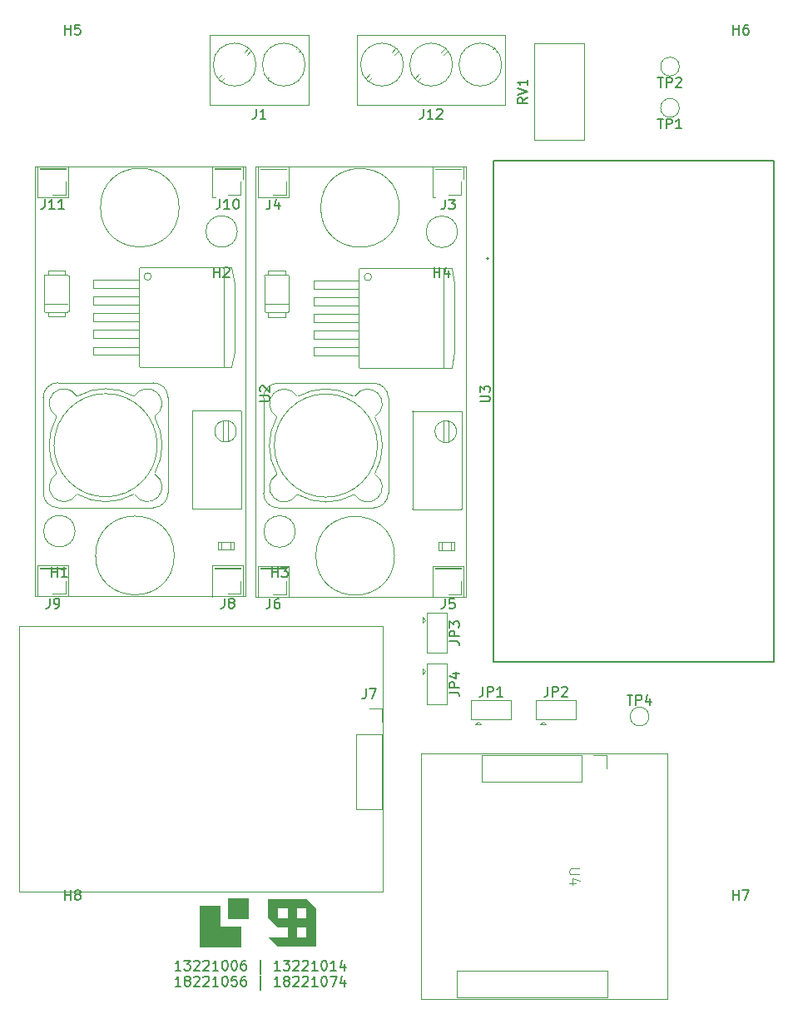
<source format=gbr>
%TF.GenerationSoftware,KiCad,Pcbnew,8.0.7*%
%TF.CreationDate,2025-04-11T13:17:33+07:00*%
%TF.ProjectId,esp32_getstok_testing-2,65737033-325f-4676-9574-73746f6b5f74,rev?*%
%TF.SameCoordinates,Original*%
%TF.FileFunction,Legend,Top*%
%TF.FilePolarity,Positive*%
%FSLAX46Y46*%
G04 Gerber Fmt 4.6, Leading zero omitted, Abs format (unit mm)*
G04 Created by KiCad (PCBNEW 8.0.7) date 2025-04-11 13:17:33*
%MOMM*%
%LPD*%
G01*
G04 APERTURE LIST*
%ADD10C,0.100000*%
%ADD11C,0.200000*%
%ADD12C,0.150000*%
%ADD13C,0.120000*%
%ADD14C,0.000000*%
%ADD15C,0.127000*%
G04 APERTURE END LIST*
D10*
X173835000Y-46365000D02*
X195285000Y-46365000D01*
X195285000Y-90115000D01*
X173835000Y-90115000D01*
X173835000Y-46365000D01*
X172260000Y-93140000D02*
X209260000Y-93140000D01*
X209260000Y-120140000D01*
X172260000Y-120140000D01*
X172260000Y-93140000D01*
X196260000Y-46390000D02*
X217710000Y-46390000D01*
X217710000Y-90140000D01*
X196260000Y-90140000D01*
X196260000Y-46390000D01*
D11*
X188693482Y-128157275D02*
X188122054Y-128157275D01*
X188407768Y-128157275D02*
X188407768Y-127157275D01*
X188407768Y-127157275D02*
X188312530Y-127300132D01*
X188312530Y-127300132D02*
X188217292Y-127395370D01*
X188217292Y-127395370D02*
X188122054Y-127442989D01*
X189026816Y-127157275D02*
X189645863Y-127157275D01*
X189645863Y-127157275D02*
X189312530Y-127538227D01*
X189312530Y-127538227D02*
X189455387Y-127538227D01*
X189455387Y-127538227D02*
X189550625Y-127585846D01*
X189550625Y-127585846D02*
X189598244Y-127633465D01*
X189598244Y-127633465D02*
X189645863Y-127728703D01*
X189645863Y-127728703D02*
X189645863Y-127966798D01*
X189645863Y-127966798D02*
X189598244Y-128062036D01*
X189598244Y-128062036D02*
X189550625Y-128109656D01*
X189550625Y-128109656D02*
X189455387Y-128157275D01*
X189455387Y-128157275D02*
X189169673Y-128157275D01*
X189169673Y-128157275D02*
X189074435Y-128109656D01*
X189074435Y-128109656D02*
X189026816Y-128062036D01*
X190026816Y-127252513D02*
X190074435Y-127204894D01*
X190074435Y-127204894D02*
X190169673Y-127157275D01*
X190169673Y-127157275D02*
X190407768Y-127157275D01*
X190407768Y-127157275D02*
X190503006Y-127204894D01*
X190503006Y-127204894D02*
X190550625Y-127252513D01*
X190550625Y-127252513D02*
X190598244Y-127347751D01*
X190598244Y-127347751D02*
X190598244Y-127442989D01*
X190598244Y-127442989D02*
X190550625Y-127585846D01*
X190550625Y-127585846D02*
X189979197Y-128157275D01*
X189979197Y-128157275D02*
X190598244Y-128157275D01*
X190979197Y-127252513D02*
X191026816Y-127204894D01*
X191026816Y-127204894D02*
X191122054Y-127157275D01*
X191122054Y-127157275D02*
X191360149Y-127157275D01*
X191360149Y-127157275D02*
X191455387Y-127204894D01*
X191455387Y-127204894D02*
X191503006Y-127252513D01*
X191503006Y-127252513D02*
X191550625Y-127347751D01*
X191550625Y-127347751D02*
X191550625Y-127442989D01*
X191550625Y-127442989D02*
X191503006Y-127585846D01*
X191503006Y-127585846D02*
X190931578Y-128157275D01*
X190931578Y-128157275D02*
X191550625Y-128157275D01*
X192503006Y-128157275D02*
X191931578Y-128157275D01*
X192217292Y-128157275D02*
X192217292Y-127157275D01*
X192217292Y-127157275D02*
X192122054Y-127300132D01*
X192122054Y-127300132D02*
X192026816Y-127395370D01*
X192026816Y-127395370D02*
X191931578Y-127442989D01*
X193122054Y-127157275D02*
X193217292Y-127157275D01*
X193217292Y-127157275D02*
X193312530Y-127204894D01*
X193312530Y-127204894D02*
X193360149Y-127252513D01*
X193360149Y-127252513D02*
X193407768Y-127347751D01*
X193407768Y-127347751D02*
X193455387Y-127538227D01*
X193455387Y-127538227D02*
X193455387Y-127776322D01*
X193455387Y-127776322D02*
X193407768Y-127966798D01*
X193407768Y-127966798D02*
X193360149Y-128062036D01*
X193360149Y-128062036D02*
X193312530Y-128109656D01*
X193312530Y-128109656D02*
X193217292Y-128157275D01*
X193217292Y-128157275D02*
X193122054Y-128157275D01*
X193122054Y-128157275D02*
X193026816Y-128109656D01*
X193026816Y-128109656D02*
X192979197Y-128062036D01*
X192979197Y-128062036D02*
X192931578Y-127966798D01*
X192931578Y-127966798D02*
X192883959Y-127776322D01*
X192883959Y-127776322D02*
X192883959Y-127538227D01*
X192883959Y-127538227D02*
X192931578Y-127347751D01*
X192931578Y-127347751D02*
X192979197Y-127252513D01*
X192979197Y-127252513D02*
X193026816Y-127204894D01*
X193026816Y-127204894D02*
X193122054Y-127157275D01*
X194074435Y-127157275D02*
X194169673Y-127157275D01*
X194169673Y-127157275D02*
X194264911Y-127204894D01*
X194264911Y-127204894D02*
X194312530Y-127252513D01*
X194312530Y-127252513D02*
X194360149Y-127347751D01*
X194360149Y-127347751D02*
X194407768Y-127538227D01*
X194407768Y-127538227D02*
X194407768Y-127776322D01*
X194407768Y-127776322D02*
X194360149Y-127966798D01*
X194360149Y-127966798D02*
X194312530Y-128062036D01*
X194312530Y-128062036D02*
X194264911Y-128109656D01*
X194264911Y-128109656D02*
X194169673Y-128157275D01*
X194169673Y-128157275D02*
X194074435Y-128157275D01*
X194074435Y-128157275D02*
X193979197Y-128109656D01*
X193979197Y-128109656D02*
X193931578Y-128062036D01*
X193931578Y-128062036D02*
X193883959Y-127966798D01*
X193883959Y-127966798D02*
X193836340Y-127776322D01*
X193836340Y-127776322D02*
X193836340Y-127538227D01*
X193836340Y-127538227D02*
X193883959Y-127347751D01*
X193883959Y-127347751D02*
X193931578Y-127252513D01*
X193931578Y-127252513D02*
X193979197Y-127204894D01*
X193979197Y-127204894D02*
X194074435Y-127157275D01*
X195264911Y-127157275D02*
X195074435Y-127157275D01*
X195074435Y-127157275D02*
X194979197Y-127204894D01*
X194979197Y-127204894D02*
X194931578Y-127252513D01*
X194931578Y-127252513D02*
X194836340Y-127395370D01*
X194836340Y-127395370D02*
X194788721Y-127585846D01*
X194788721Y-127585846D02*
X194788721Y-127966798D01*
X194788721Y-127966798D02*
X194836340Y-128062036D01*
X194836340Y-128062036D02*
X194883959Y-128109656D01*
X194883959Y-128109656D02*
X194979197Y-128157275D01*
X194979197Y-128157275D02*
X195169673Y-128157275D01*
X195169673Y-128157275D02*
X195264911Y-128109656D01*
X195264911Y-128109656D02*
X195312530Y-128062036D01*
X195312530Y-128062036D02*
X195360149Y-127966798D01*
X195360149Y-127966798D02*
X195360149Y-127728703D01*
X195360149Y-127728703D02*
X195312530Y-127633465D01*
X195312530Y-127633465D02*
X195264911Y-127585846D01*
X195264911Y-127585846D02*
X195169673Y-127538227D01*
X195169673Y-127538227D02*
X194979197Y-127538227D01*
X194979197Y-127538227D02*
X194883959Y-127585846D01*
X194883959Y-127585846D02*
X194836340Y-127633465D01*
X194836340Y-127633465D02*
X194788721Y-127728703D01*
X196788721Y-128490608D02*
X196788721Y-127062036D01*
X198788721Y-128157275D02*
X198217293Y-128157275D01*
X198503007Y-128157275D02*
X198503007Y-127157275D01*
X198503007Y-127157275D02*
X198407769Y-127300132D01*
X198407769Y-127300132D02*
X198312531Y-127395370D01*
X198312531Y-127395370D02*
X198217293Y-127442989D01*
X199122055Y-127157275D02*
X199741102Y-127157275D01*
X199741102Y-127157275D02*
X199407769Y-127538227D01*
X199407769Y-127538227D02*
X199550626Y-127538227D01*
X199550626Y-127538227D02*
X199645864Y-127585846D01*
X199645864Y-127585846D02*
X199693483Y-127633465D01*
X199693483Y-127633465D02*
X199741102Y-127728703D01*
X199741102Y-127728703D02*
X199741102Y-127966798D01*
X199741102Y-127966798D02*
X199693483Y-128062036D01*
X199693483Y-128062036D02*
X199645864Y-128109656D01*
X199645864Y-128109656D02*
X199550626Y-128157275D01*
X199550626Y-128157275D02*
X199264912Y-128157275D01*
X199264912Y-128157275D02*
X199169674Y-128109656D01*
X199169674Y-128109656D02*
X199122055Y-128062036D01*
X200122055Y-127252513D02*
X200169674Y-127204894D01*
X200169674Y-127204894D02*
X200264912Y-127157275D01*
X200264912Y-127157275D02*
X200503007Y-127157275D01*
X200503007Y-127157275D02*
X200598245Y-127204894D01*
X200598245Y-127204894D02*
X200645864Y-127252513D01*
X200645864Y-127252513D02*
X200693483Y-127347751D01*
X200693483Y-127347751D02*
X200693483Y-127442989D01*
X200693483Y-127442989D02*
X200645864Y-127585846D01*
X200645864Y-127585846D02*
X200074436Y-128157275D01*
X200074436Y-128157275D02*
X200693483Y-128157275D01*
X201074436Y-127252513D02*
X201122055Y-127204894D01*
X201122055Y-127204894D02*
X201217293Y-127157275D01*
X201217293Y-127157275D02*
X201455388Y-127157275D01*
X201455388Y-127157275D02*
X201550626Y-127204894D01*
X201550626Y-127204894D02*
X201598245Y-127252513D01*
X201598245Y-127252513D02*
X201645864Y-127347751D01*
X201645864Y-127347751D02*
X201645864Y-127442989D01*
X201645864Y-127442989D02*
X201598245Y-127585846D01*
X201598245Y-127585846D02*
X201026817Y-128157275D01*
X201026817Y-128157275D02*
X201645864Y-128157275D01*
X202598245Y-128157275D02*
X202026817Y-128157275D01*
X202312531Y-128157275D02*
X202312531Y-127157275D01*
X202312531Y-127157275D02*
X202217293Y-127300132D01*
X202217293Y-127300132D02*
X202122055Y-127395370D01*
X202122055Y-127395370D02*
X202026817Y-127442989D01*
X203217293Y-127157275D02*
X203312531Y-127157275D01*
X203312531Y-127157275D02*
X203407769Y-127204894D01*
X203407769Y-127204894D02*
X203455388Y-127252513D01*
X203455388Y-127252513D02*
X203503007Y-127347751D01*
X203503007Y-127347751D02*
X203550626Y-127538227D01*
X203550626Y-127538227D02*
X203550626Y-127776322D01*
X203550626Y-127776322D02*
X203503007Y-127966798D01*
X203503007Y-127966798D02*
X203455388Y-128062036D01*
X203455388Y-128062036D02*
X203407769Y-128109656D01*
X203407769Y-128109656D02*
X203312531Y-128157275D01*
X203312531Y-128157275D02*
X203217293Y-128157275D01*
X203217293Y-128157275D02*
X203122055Y-128109656D01*
X203122055Y-128109656D02*
X203074436Y-128062036D01*
X203074436Y-128062036D02*
X203026817Y-127966798D01*
X203026817Y-127966798D02*
X202979198Y-127776322D01*
X202979198Y-127776322D02*
X202979198Y-127538227D01*
X202979198Y-127538227D02*
X203026817Y-127347751D01*
X203026817Y-127347751D02*
X203074436Y-127252513D01*
X203074436Y-127252513D02*
X203122055Y-127204894D01*
X203122055Y-127204894D02*
X203217293Y-127157275D01*
X204503007Y-128157275D02*
X203931579Y-128157275D01*
X204217293Y-128157275D02*
X204217293Y-127157275D01*
X204217293Y-127157275D02*
X204122055Y-127300132D01*
X204122055Y-127300132D02*
X204026817Y-127395370D01*
X204026817Y-127395370D02*
X203931579Y-127442989D01*
X205360150Y-127490608D02*
X205360150Y-128157275D01*
X205122055Y-127109656D02*
X204883960Y-127823941D01*
X204883960Y-127823941D02*
X205503007Y-127823941D01*
X188693482Y-129767219D02*
X188122054Y-129767219D01*
X188407768Y-129767219D02*
X188407768Y-128767219D01*
X188407768Y-128767219D02*
X188312530Y-128910076D01*
X188312530Y-128910076D02*
X188217292Y-129005314D01*
X188217292Y-129005314D02*
X188122054Y-129052933D01*
X189264911Y-129195790D02*
X189169673Y-129148171D01*
X189169673Y-129148171D02*
X189122054Y-129100552D01*
X189122054Y-129100552D02*
X189074435Y-129005314D01*
X189074435Y-129005314D02*
X189074435Y-128957695D01*
X189074435Y-128957695D02*
X189122054Y-128862457D01*
X189122054Y-128862457D02*
X189169673Y-128814838D01*
X189169673Y-128814838D02*
X189264911Y-128767219D01*
X189264911Y-128767219D02*
X189455387Y-128767219D01*
X189455387Y-128767219D02*
X189550625Y-128814838D01*
X189550625Y-128814838D02*
X189598244Y-128862457D01*
X189598244Y-128862457D02*
X189645863Y-128957695D01*
X189645863Y-128957695D02*
X189645863Y-129005314D01*
X189645863Y-129005314D02*
X189598244Y-129100552D01*
X189598244Y-129100552D02*
X189550625Y-129148171D01*
X189550625Y-129148171D02*
X189455387Y-129195790D01*
X189455387Y-129195790D02*
X189264911Y-129195790D01*
X189264911Y-129195790D02*
X189169673Y-129243409D01*
X189169673Y-129243409D02*
X189122054Y-129291028D01*
X189122054Y-129291028D02*
X189074435Y-129386266D01*
X189074435Y-129386266D02*
X189074435Y-129576742D01*
X189074435Y-129576742D02*
X189122054Y-129671980D01*
X189122054Y-129671980D02*
X189169673Y-129719600D01*
X189169673Y-129719600D02*
X189264911Y-129767219D01*
X189264911Y-129767219D02*
X189455387Y-129767219D01*
X189455387Y-129767219D02*
X189550625Y-129719600D01*
X189550625Y-129719600D02*
X189598244Y-129671980D01*
X189598244Y-129671980D02*
X189645863Y-129576742D01*
X189645863Y-129576742D02*
X189645863Y-129386266D01*
X189645863Y-129386266D02*
X189598244Y-129291028D01*
X189598244Y-129291028D02*
X189550625Y-129243409D01*
X189550625Y-129243409D02*
X189455387Y-129195790D01*
X190026816Y-128862457D02*
X190074435Y-128814838D01*
X190074435Y-128814838D02*
X190169673Y-128767219D01*
X190169673Y-128767219D02*
X190407768Y-128767219D01*
X190407768Y-128767219D02*
X190503006Y-128814838D01*
X190503006Y-128814838D02*
X190550625Y-128862457D01*
X190550625Y-128862457D02*
X190598244Y-128957695D01*
X190598244Y-128957695D02*
X190598244Y-129052933D01*
X190598244Y-129052933D02*
X190550625Y-129195790D01*
X190550625Y-129195790D02*
X189979197Y-129767219D01*
X189979197Y-129767219D02*
X190598244Y-129767219D01*
X190979197Y-128862457D02*
X191026816Y-128814838D01*
X191026816Y-128814838D02*
X191122054Y-128767219D01*
X191122054Y-128767219D02*
X191360149Y-128767219D01*
X191360149Y-128767219D02*
X191455387Y-128814838D01*
X191455387Y-128814838D02*
X191503006Y-128862457D01*
X191503006Y-128862457D02*
X191550625Y-128957695D01*
X191550625Y-128957695D02*
X191550625Y-129052933D01*
X191550625Y-129052933D02*
X191503006Y-129195790D01*
X191503006Y-129195790D02*
X190931578Y-129767219D01*
X190931578Y-129767219D02*
X191550625Y-129767219D01*
X192503006Y-129767219D02*
X191931578Y-129767219D01*
X192217292Y-129767219D02*
X192217292Y-128767219D01*
X192217292Y-128767219D02*
X192122054Y-128910076D01*
X192122054Y-128910076D02*
X192026816Y-129005314D01*
X192026816Y-129005314D02*
X191931578Y-129052933D01*
X193122054Y-128767219D02*
X193217292Y-128767219D01*
X193217292Y-128767219D02*
X193312530Y-128814838D01*
X193312530Y-128814838D02*
X193360149Y-128862457D01*
X193360149Y-128862457D02*
X193407768Y-128957695D01*
X193407768Y-128957695D02*
X193455387Y-129148171D01*
X193455387Y-129148171D02*
X193455387Y-129386266D01*
X193455387Y-129386266D02*
X193407768Y-129576742D01*
X193407768Y-129576742D02*
X193360149Y-129671980D01*
X193360149Y-129671980D02*
X193312530Y-129719600D01*
X193312530Y-129719600D02*
X193217292Y-129767219D01*
X193217292Y-129767219D02*
X193122054Y-129767219D01*
X193122054Y-129767219D02*
X193026816Y-129719600D01*
X193026816Y-129719600D02*
X192979197Y-129671980D01*
X192979197Y-129671980D02*
X192931578Y-129576742D01*
X192931578Y-129576742D02*
X192883959Y-129386266D01*
X192883959Y-129386266D02*
X192883959Y-129148171D01*
X192883959Y-129148171D02*
X192931578Y-128957695D01*
X192931578Y-128957695D02*
X192979197Y-128862457D01*
X192979197Y-128862457D02*
X193026816Y-128814838D01*
X193026816Y-128814838D02*
X193122054Y-128767219D01*
X194360149Y-128767219D02*
X193883959Y-128767219D01*
X193883959Y-128767219D02*
X193836340Y-129243409D01*
X193836340Y-129243409D02*
X193883959Y-129195790D01*
X193883959Y-129195790D02*
X193979197Y-129148171D01*
X193979197Y-129148171D02*
X194217292Y-129148171D01*
X194217292Y-129148171D02*
X194312530Y-129195790D01*
X194312530Y-129195790D02*
X194360149Y-129243409D01*
X194360149Y-129243409D02*
X194407768Y-129338647D01*
X194407768Y-129338647D02*
X194407768Y-129576742D01*
X194407768Y-129576742D02*
X194360149Y-129671980D01*
X194360149Y-129671980D02*
X194312530Y-129719600D01*
X194312530Y-129719600D02*
X194217292Y-129767219D01*
X194217292Y-129767219D02*
X193979197Y-129767219D01*
X193979197Y-129767219D02*
X193883959Y-129719600D01*
X193883959Y-129719600D02*
X193836340Y-129671980D01*
X195264911Y-128767219D02*
X195074435Y-128767219D01*
X195074435Y-128767219D02*
X194979197Y-128814838D01*
X194979197Y-128814838D02*
X194931578Y-128862457D01*
X194931578Y-128862457D02*
X194836340Y-129005314D01*
X194836340Y-129005314D02*
X194788721Y-129195790D01*
X194788721Y-129195790D02*
X194788721Y-129576742D01*
X194788721Y-129576742D02*
X194836340Y-129671980D01*
X194836340Y-129671980D02*
X194883959Y-129719600D01*
X194883959Y-129719600D02*
X194979197Y-129767219D01*
X194979197Y-129767219D02*
X195169673Y-129767219D01*
X195169673Y-129767219D02*
X195264911Y-129719600D01*
X195264911Y-129719600D02*
X195312530Y-129671980D01*
X195312530Y-129671980D02*
X195360149Y-129576742D01*
X195360149Y-129576742D02*
X195360149Y-129338647D01*
X195360149Y-129338647D02*
X195312530Y-129243409D01*
X195312530Y-129243409D02*
X195264911Y-129195790D01*
X195264911Y-129195790D02*
X195169673Y-129148171D01*
X195169673Y-129148171D02*
X194979197Y-129148171D01*
X194979197Y-129148171D02*
X194883959Y-129195790D01*
X194883959Y-129195790D02*
X194836340Y-129243409D01*
X194836340Y-129243409D02*
X194788721Y-129338647D01*
X196788721Y-130100552D02*
X196788721Y-128671980D01*
X198788721Y-129767219D02*
X198217293Y-129767219D01*
X198503007Y-129767219D02*
X198503007Y-128767219D01*
X198503007Y-128767219D02*
X198407769Y-128910076D01*
X198407769Y-128910076D02*
X198312531Y-129005314D01*
X198312531Y-129005314D02*
X198217293Y-129052933D01*
X199360150Y-129195790D02*
X199264912Y-129148171D01*
X199264912Y-129148171D02*
X199217293Y-129100552D01*
X199217293Y-129100552D02*
X199169674Y-129005314D01*
X199169674Y-129005314D02*
X199169674Y-128957695D01*
X199169674Y-128957695D02*
X199217293Y-128862457D01*
X199217293Y-128862457D02*
X199264912Y-128814838D01*
X199264912Y-128814838D02*
X199360150Y-128767219D01*
X199360150Y-128767219D02*
X199550626Y-128767219D01*
X199550626Y-128767219D02*
X199645864Y-128814838D01*
X199645864Y-128814838D02*
X199693483Y-128862457D01*
X199693483Y-128862457D02*
X199741102Y-128957695D01*
X199741102Y-128957695D02*
X199741102Y-129005314D01*
X199741102Y-129005314D02*
X199693483Y-129100552D01*
X199693483Y-129100552D02*
X199645864Y-129148171D01*
X199645864Y-129148171D02*
X199550626Y-129195790D01*
X199550626Y-129195790D02*
X199360150Y-129195790D01*
X199360150Y-129195790D02*
X199264912Y-129243409D01*
X199264912Y-129243409D02*
X199217293Y-129291028D01*
X199217293Y-129291028D02*
X199169674Y-129386266D01*
X199169674Y-129386266D02*
X199169674Y-129576742D01*
X199169674Y-129576742D02*
X199217293Y-129671980D01*
X199217293Y-129671980D02*
X199264912Y-129719600D01*
X199264912Y-129719600D02*
X199360150Y-129767219D01*
X199360150Y-129767219D02*
X199550626Y-129767219D01*
X199550626Y-129767219D02*
X199645864Y-129719600D01*
X199645864Y-129719600D02*
X199693483Y-129671980D01*
X199693483Y-129671980D02*
X199741102Y-129576742D01*
X199741102Y-129576742D02*
X199741102Y-129386266D01*
X199741102Y-129386266D02*
X199693483Y-129291028D01*
X199693483Y-129291028D02*
X199645864Y-129243409D01*
X199645864Y-129243409D02*
X199550626Y-129195790D01*
X200122055Y-128862457D02*
X200169674Y-128814838D01*
X200169674Y-128814838D02*
X200264912Y-128767219D01*
X200264912Y-128767219D02*
X200503007Y-128767219D01*
X200503007Y-128767219D02*
X200598245Y-128814838D01*
X200598245Y-128814838D02*
X200645864Y-128862457D01*
X200645864Y-128862457D02*
X200693483Y-128957695D01*
X200693483Y-128957695D02*
X200693483Y-129052933D01*
X200693483Y-129052933D02*
X200645864Y-129195790D01*
X200645864Y-129195790D02*
X200074436Y-129767219D01*
X200074436Y-129767219D02*
X200693483Y-129767219D01*
X201074436Y-128862457D02*
X201122055Y-128814838D01*
X201122055Y-128814838D02*
X201217293Y-128767219D01*
X201217293Y-128767219D02*
X201455388Y-128767219D01*
X201455388Y-128767219D02*
X201550626Y-128814838D01*
X201550626Y-128814838D02*
X201598245Y-128862457D01*
X201598245Y-128862457D02*
X201645864Y-128957695D01*
X201645864Y-128957695D02*
X201645864Y-129052933D01*
X201645864Y-129052933D02*
X201598245Y-129195790D01*
X201598245Y-129195790D02*
X201026817Y-129767219D01*
X201026817Y-129767219D02*
X201645864Y-129767219D01*
X202598245Y-129767219D02*
X202026817Y-129767219D01*
X202312531Y-129767219D02*
X202312531Y-128767219D01*
X202312531Y-128767219D02*
X202217293Y-128910076D01*
X202217293Y-128910076D02*
X202122055Y-129005314D01*
X202122055Y-129005314D02*
X202026817Y-129052933D01*
X203217293Y-128767219D02*
X203312531Y-128767219D01*
X203312531Y-128767219D02*
X203407769Y-128814838D01*
X203407769Y-128814838D02*
X203455388Y-128862457D01*
X203455388Y-128862457D02*
X203503007Y-128957695D01*
X203503007Y-128957695D02*
X203550626Y-129148171D01*
X203550626Y-129148171D02*
X203550626Y-129386266D01*
X203550626Y-129386266D02*
X203503007Y-129576742D01*
X203503007Y-129576742D02*
X203455388Y-129671980D01*
X203455388Y-129671980D02*
X203407769Y-129719600D01*
X203407769Y-129719600D02*
X203312531Y-129767219D01*
X203312531Y-129767219D02*
X203217293Y-129767219D01*
X203217293Y-129767219D02*
X203122055Y-129719600D01*
X203122055Y-129719600D02*
X203074436Y-129671980D01*
X203074436Y-129671980D02*
X203026817Y-129576742D01*
X203026817Y-129576742D02*
X202979198Y-129386266D01*
X202979198Y-129386266D02*
X202979198Y-129148171D01*
X202979198Y-129148171D02*
X203026817Y-128957695D01*
X203026817Y-128957695D02*
X203074436Y-128862457D01*
X203074436Y-128862457D02*
X203122055Y-128814838D01*
X203122055Y-128814838D02*
X203217293Y-128767219D01*
X203883960Y-128767219D02*
X204550626Y-128767219D01*
X204550626Y-128767219D02*
X204122055Y-129767219D01*
X205360150Y-129100552D02*
X205360150Y-129767219D01*
X205122055Y-128719600D02*
X204883960Y-129433885D01*
X204883960Y-129433885D02*
X205503007Y-129433885D01*
D12*
X216014819Y-99873333D02*
X216729104Y-99873333D01*
X216729104Y-99873333D02*
X216871961Y-99920952D01*
X216871961Y-99920952D02*
X216967200Y-100016190D01*
X216967200Y-100016190D02*
X217014819Y-100159047D01*
X217014819Y-100159047D02*
X217014819Y-100254285D01*
X217014819Y-99397142D02*
X216014819Y-99397142D01*
X216014819Y-99397142D02*
X216014819Y-99016190D01*
X216014819Y-99016190D02*
X216062438Y-98920952D01*
X216062438Y-98920952D02*
X216110057Y-98873333D01*
X216110057Y-98873333D02*
X216205295Y-98825714D01*
X216205295Y-98825714D02*
X216348152Y-98825714D01*
X216348152Y-98825714D02*
X216443390Y-98873333D01*
X216443390Y-98873333D02*
X216491009Y-98920952D01*
X216491009Y-98920952D02*
X216538628Y-99016190D01*
X216538628Y-99016190D02*
X216538628Y-99397142D01*
X216348152Y-97968571D02*
X217014819Y-97968571D01*
X215967200Y-98206666D02*
X216681485Y-98444761D01*
X216681485Y-98444761D02*
X216681485Y-97825714D01*
X219426666Y-99294819D02*
X219426666Y-100009104D01*
X219426666Y-100009104D02*
X219379047Y-100151961D01*
X219379047Y-100151961D02*
X219283809Y-100247200D01*
X219283809Y-100247200D02*
X219140952Y-100294819D01*
X219140952Y-100294819D02*
X219045714Y-100294819D01*
X219902857Y-100294819D02*
X219902857Y-99294819D01*
X219902857Y-99294819D02*
X220283809Y-99294819D01*
X220283809Y-99294819D02*
X220379047Y-99342438D01*
X220379047Y-99342438D02*
X220426666Y-99390057D01*
X220426666Y-99390057D02*
X220474285Y-99485295D01*
X220474285Y-99485295D02*
X220474285Y-99628152D01*
X220474285Y-99628152D02*
X220426666Y-99723390D01*
X220426666Y-99723390D02*
X220379047Y-99771009D01*
X220379047Y-99771009D02*
X220283809Y-99818628D01*
X220283809Y-99818628D02*
X219902857Y-99818628D01*
X221426666Y-100294819D02*
X220855238Y-100294819D01*
X221140952Y-100294819D02*
X221140952Y-99294819D01*
X221140952Y-99294819D02*
X221045714Y-99437676D01*
X221045714Y-99437676D02*
X220950476Y-99532914D01*
X220950476Y-99532914D02*
X220855238Y-99580533D01*
X219144819Y-70311904D02*
X219954342Y-70311904D01*
X219954342Y-70311904D02*
X220049580Y-70264285D01*
X220049580Y-70264285D02*
X220097200Y-70216666D01*
X220097200Y-70216666D02*
X220144819Y-70121428D01*
X220144819Y-70121428D02*
X220144819Y-69930952D01*
X220144819Y-69930952D02*
X220097200Y-69835714D01*
X220097200Y-69835714D02*
X220049580Y-69788095D01*
X220049580Y-69788095D02*
X219954342Y-69740476D01*
X219954342Y-69740476D02*
X219144819Y-69740476D01*
X219144819Y-69359523D02*
X219144819Y-68740476D01*
X219144819Y-68740476D02*
X219525771Y-69073809D01*
X219525771Y-69073809D02*
X219525771Y-68930952D01*
X219525771Y-68930952D02*
X219573390Y-68835714D01*
X219573390Y-68835714D02*
X219621009Y-68788095D01*
X219621009Y-68788095D02*
X219716247Y-68740476D01*
X219716247Y-68740476D02*
X219954342Y-68740476D01*
X219954342Y-68740476D02*
X220049580Y-68788095D01*
X220049580Y-68788095D02*
X220097200Y-68835714D01*
X220097200Y-68835714D02*
X220144819Y-68930952D01*
X220144819Y-68930952D02*
X220144819Y-69216666D01*
X220144819Y-69216666D02*
X220097200Y-69311904D01*
X220097200Y-69311904D02*
X220049580Y-69359523D01*
X223954819Y-39385238D02*
X223478628Y-39718571D01*
X223954819Y-39956666D02*
X222954819Y-39956666D01*
X222954819Y-39956666D02*
X222954819Y-39575714D01*
X222954819Y-39575714D02*
X223002438Y-39480476D01*
X223002438Y-39480476D02*
X223050057Y-39432857D01*
X223050057Y-39432857D02*
X223145295Y-39385238D01*
X223145295Y-39385238D02*
X223288152Y-39385238D01*
X223288152Y-39385238D02*
X223383390Y-39432857D01*
X223383390Y-39432857D02*
X223431009Y-39480476D01*
X223431009Y-39480476D02*
X223478628Y-39575714D01*
X223478628Y-39575714D02*
X223478628Y-39956666D01*
X222954819Y-39099523D02*
X223954819Y-38766190D01*
X223954819Y-38766190D02*
X222954819Y-38432857D01*
X223954819Y-37575714D02*
X223954819Y-38147142D01*
X223954819Y-37861428D02*
X222954819Y-37861428D01*
X222954819Y-37861428D02*
X223097676Y-37956666D01*
X223097676Y-37956666D02*
X223192914Y-38051904D01*
X223192914Y-38051904D02*
X223240533Y-38147142D01*
X197983095Y-88159819D02*
X197983095Y-87159819D01*
X197983095Y-87636009D02*
X198554523Y-87636009D01*
X198554523Y-88159819D02*
X198554523Y-87159819D01*
X198935476Y-87159819D02*
X199554523Y-87159819D01*
X199554523Y-87159819D02*
X199221190Y-87540771D01*
X199221190Y-87540771D02*
X199364047Y-87540771D01*
X199364047Y-87540771D02*
X199459285Y-87588390D01*
X199459285Y-87588390D02*
X199506904Y-87636009D01*
X199506904Y-87636009D02*
X199554523Y-87731247D01*
X199554523Y-87731247D02*
X199554523Y-87969342D01*
X199554523Y-87969342D02*
X199506904Y-88064580D01*
X199506904Y-88064580D02*
X199459285Y-88112200D01*
X199459285Y-88112200D02*
X199364047Y-88159819D01*
X199364047Y-88159819D02*
X199078333Y-88159819D01*
X199078333Y-88159819D02*
X198983095Y-88112200D01*
X198983095Y-88112200D02*
X198935476Y-88064580D01*
X237198095Y-37342819D02*
X237769523Y-37342819D01*
X237483809Y-38342819D02*
X237483809Y-37342819D01*
X238102857Y-38342819D02*
X238102857Y-37342819D01*
X238102857Y-37342819D02*
X238483809Y-37342819D01*
X238483809Y-37342819D02*
X238579047Y-37390438D01*
X238579047Y-37390438D02*
X238626666Y-37438057D01*
X238626666Y-37438057D02*
X238674285Y-37533295D01*
X238674285Y-37533295D02*
X238674285Y-37676152D01*
X238674285Y-37676152D02*
X238626666Y-37771390D01*
X238626666Y-37771390D02*
X238579047Y-37819009D01*
X238579047Y-37819009D02*
X238483809Y-37866628D01*
X238483809Y-37866628D02*
X238102857Y-37866628D01*
X239055238Y-37438057D02*
X239102857Y-37390438D01*
X239102857Y-37390438D02*
X239198095Y-37342819D01*
X239198095Y-37342819D02*
X239436190Y-37342819D01*
X239436190Y-37342819D02*
X239531428Y-37390438D01*
X239531428Y-37390438D02*
X239579047Y-37438057D01*
X239579047Y-37438057D02*
X239626666Y-37533295D01*
X239626666Y-37533295D02*
X239626666Y-37628533D01*
X239626666Y-37628533D02*
X239579047Y-37771390D01*
X239579047Y-37771390D02*
X239007619Y-38342819D01*
X239007619Y-38342819D02*
X239626666Y-38342819D01*
X175538095Y-88134819D02*
X175538095Y-87134819D01*
X175538095Y-87611009D02*
X176109523Y-87611009D01*
X176109523Y-88134819D02*
X176109523Y-87134819D01*
X177109523Y-88134819D02*
X176538095Y-88134819D01*
X176823809Y-88134819D02*
X176823809Y-87134819D01*
X176823809Y-87134819D02*
X176728571Y-87277676D01*
X176728571Y-87277676D02*
X176633333Y-87372914D01*
X176633333Y-87372914D02*
X176538095Y-87420533D01*
X215561666Y-49749819D02*
X215561666Y-50464104D01*
X215561666Y-50464104D02*
X215514047Y-50606961D01*
X215514047Y-50606961D02*
X215418809Y-50702200D01*
X215418809Y-50702200D02*
X215275952Y-50749819D01*
X215275952Y-50749819D02*
X215180714Y-50749819D01*
X215942619Y-49749819D02*
X216561666Y-49749819D01*
X216561666Y-49749819D02*
X216228333Y-50130771D01*
X216228333Y-50130771D02*
X216371190Y-50130771D01*
X216371190Y-50130771D02*
X216466428Y-50178390D01*
X216466428Y-50178390D02*
X216514047Y-50226009D01*
X216514047Y-50226009D02*
X216561666Y-50321247D01*
X216561666Y-50321247D02*
X216561666Y-50559342D01*
X216561666Y-50559342D02*
X216514047Y-50654580D01*
X216514047Y-50654580D02*
X216466428Y-50702200D01*
X216466428Y-50702200D02*
X216371190Y-50749819D01*
X216371190Y-50749819D02*
X216085476Y-50749819D01*
X216085476Y-50749819D02*
X215990238Y-50702200D01*
X215990238Y-50702200D02*
X215942619Y-50654580D01*
X174850476Y-49724819D02*
X174850476Y-50439104D01*
X174850476Y-50439104D02*
X174802857Y-50581961D01*
X174802857Y-50581961D02*
X174707619Y-50677200D01*
X174707619Y-50677200D02*
X174564762Y-50724819D01*
X174564762Y-50724819D02*
X174469524Y-50724819D01*
X175850476Y-50724819D02*
X175279048Y-50724819D01*
X175564762Y-50724819D02*
X175564762Y-49724819D01*
X175564762Y-49724819D02*
X175469524Y-49867676D01*
X175469524Y-49867676D02*
X175374286Y-49962914D01*
X175374286Y-49962914D02*
X175279048Y-50010533D01*
X176802857Y-50724819D02*
X176231429Y-50724819D01*
X176517143Y-50724819D02*
X176517143Y-49724819D01*
X176517143Y-49724819D02*
X176421905Y-49867676D01*
X176421905Y-49867676D02*
X176326667Y-49962914D01*
X176326667Y-49962914D02*
X176231429Y-50010533D01*
X244898095Y-32994819D02*
X244898095Y-31994819D01*
X244898095Y-32471009D02*
X245469523Y-32471009D01*
X245469523Y-32994819D02*
X245469523Y-31994819D01*
X246374285Y-31994819D02*
X246183809Y-31994819D01*
X246183809Y-31994819D02*
X246088571Y-32042438D01*
X246088571Y-32042438D02*
X246040952Y-32090057D01*
X246040952Y-32090057D02*
X245945714Y-32232914D01*
X245945714Y-32232914D02*
X245898095Y-32423390D01*
X245898095Y-32423390D02*
X245898095Y-32804342D01*
X245898095Y-32804342D02*
X245945714Y-32899580D01*
X245945714Y-32899580D02*
X245993333Y-32947200D01*
X245993333Y-32947200D02*
X246088571Y-32994819D01*
X246088571Y-32994819D02*
X246279047Y-32994819D01*
X246279047Y-32994819D02*
X246374285Y-32947200D01*
X246374285Y-32947200D02*
X246421904Y-32899580D01*
X246421904Y-32899580D02*
X246469523Y-32804342D01*
X246469523Y-32804342D02*
X246469523Y-32566247D01*
X246469523Y-32566247D02*
X246421904Y-32471009D01*
X246421904Y-32471009D02*
X246374285Y-32423390D01*
X246374285Y-32423390D02*
X246279047Y-32375771D01*
X246279047Y-32375771D02*
X246088571Y-32375771D01*
X246088571Y-32375771D02*
X245993333Y-32423390D01*
X245993333Y-32423390D02*
X245945714Y-32471009D01*
X245945714Y-32471009D02*
X245898095Y-32566247D01*
X196734819Y-70281904D02*
X197544342Y-70281904D01*
X197544342Y-70281904D02*
X197639580Y-70234285D01*
X197639580Y-70234285D02*
X197687200Y-70186666D01*
X197687200Y-70186666D02*
X197734819Y-70091428D01*
X197734819Y-70091428D02*
X197734819Y-69900952D01*
X197734819Y-69900952D02*
X197687200Y-69805714D01*
X197687200Y-69805714D02*
X197639580Y-69758095D01*
X197639580Y-69758095D02*
X197544342Y-69710476D01*
X197544342Y-69710476D02*
X196734819Y-69710476D01*
X196830057Y-69281904D02*
X196782438Y-69234285D01*
X196782438Y-69234285D02*
X196734819Y-69139047D01*
X196734819Y-69139047D02*
X196734819Y-68900952D01*
X196734819Y-68900952D02*
X196782438Y-68805714D01*
X196782438Y-68805714D02*
X196830057Y-68758095D01*
X196830057Y-68758095D02*
X196925295Y-68710476D01*
X196925295Y-68710476D02*
X197020533Y-68710476D01*
X197020533Y-68710476D02*
X197163390Y-68758095D01*
X197163390Y-68758095D02*
X197734819Y-69329523D01*
X197734819Y-69329523D02*
X197734819Y-68710476D01*
X175326666Y-90324819D02*
X175326666Y-91039104D01*
X175326666Y-91039104D02*
X175279047Y-91181961D01*
X175279047Y-91181961D02*
X175183809Y-91277200D01*
X175183809Y-91277200D02*
X175040952Y-91324819D01*
X175040952Y-91324819D02*
X174945714Y-91324819D01*
X175850476Y-91324819D02*
X176040952Y-91324819D01*
X176040952Y-91324819D02*
X176136190Y-91277200D01*
X176136190Y-91277200D02*
X176183809Y-91229580D01*
X176183809Y-91229580D02*
X176279047Y-91086723D01*
X176279047Y-91086723D02*
X176326666Y-90896247D01*
X176326666Y-90896247D02*
X176326666Y-90515295D01*
X176326666Y-90515295D02*
X176279047Y-90420057D01*
X176279047Y-90420057D02*
X176231428Y-90372438D01*
X176231428Y-90372438D02*
X176136190Y-90324819D01*
X176136190Y-90324819D02*
X175945714Y-90324819D01*
X175945714Y-90324819D02*
X175850476Y-90372438D01*
X175850476Y-90372438D02*
X175802857Y-90420057D01*
X175802857Y-90420057D02*
X175755238Y-90515295D01*
X175755238Y-90515295D02*
X175755238Y-90753390D01*
X175755238Y-90753390D02*
X175802857Y-90848628D01*
X175802857Y-90848628D02*
X175850476Y-90896247D01*
X175850476Y-90896247D02*
X175945714Y-90943866D01*
X175945714Y-90943866D02*
X176136190Y-90943866D01*
X176136190Y-90943866D02*
X176231428Y-90896247D01*
X176231428Y-90896247D02*
X176279047Y-90848628D01*
X176279047Y-90848628D02*
X176326666Y-90753390D01*
D10*
X229212580Y-117818095D02*
X228403057Y-117818095D01*
X228403057Y-117818095D02*
X228307819Y-117865714D01*
X228307819Y-117865714D02*
X228260200Y-117913333D01*
X228260200Y-117913333D02*
X228212580Y-118008571D01*
X228212580Y-118008571D02*
X228212580Y-118199047D01*
X228212580Y-118199047D02*
X228260200Y-118294285D01*
X228260200Y-118294285D02*
X228307819Y-118341904D01*
X228307819Y-118341904D02*
X228403057Y-118389523D01*
X228403057Y-118389523D02*
X229212580Y-118389523D01*
X228879247Y-119294285D02*
X228212580Y-119294285D01*
X229260200Y-119056190D02*
X228545914Y-118818095D01*
X228545914Y-118818095D02*
X228545914Y-119437142D01*
D12*
X244898095Y-120994819D02*
X244898095Y-119994819D01*
X244898095Y-120471009D02*
X245469523Y-120471009D01*
X245469523Y-120994819D02*
X245469523Y-119994819D01*
X245850476Y-119994819D02*
X246517142Y-119994819D01*
X246517142Y-119994819D02*
X246088571Y-120994819D01*
X216014819Y-94673333D02*
X216729104Y-94673333D01*
X216729104Y-94673333D02*
X216871961Y-94720952D01*
X216871961Y-94720952D02*
X216967200Y-94816190D01*
X216967200Y-94816190D02*
X217014819Y-94959047D01*
X217014819Y-94959047D02*
X217014819Y-95054285D01*
X217014819Y-94197142D02*
X216014819Y-94197142D01*
X216014819Y-94197142D02*
X216014819Y-93816190D01*
X216014819Y-93816190D02*
X216062438Y-93720952D01*
X216062438Y-93720952D02*
X216110057Y-93673333D01*
X216110057Y-93673333D02*
X216205295Y-93625714D01*
X216205295Y-93625714D02*
X216348152Y-93625714D01*
X216348152Y-93625714D02*
X216443390Y-93673333D01*
X216443390Y-93673333D02*
X216491009Y-93720952D01*
X216491009Y-93720952D02*
X216538628Y-93816190D01*
X216538628Y-93816190D02*
X216538628Y-94197142D01*
X216014819Y-93292380D02*
X216014819Y-92673333D01*
X216014819Y-92673333D02*
X216395771Y-93006666D01*
X216395771Y-93006666D02*
X216395771Y-92863809D01*
X216395771Y-92863809D02*
X216443390Y-92768571D01*
X216443390Y-92768571D02*
X216491009Y-92720952D01*
X216491009Y-92720952D02*
X216586247Y-92673333D01*
X216586247Y-92673333D02*
X216824342Y-92673333D01*
X216824342Y-92673333D02*
X216919580Y-92720952D01*
X216919580Y-92720952D02*
X216967200Y-92768571D01*
X216967200Y-92768571D02*
X217014819Y-92863809D01*
X217014819Y-92863809D02*
X217014819Y-93149523D01*
X217014819Y-93149523D02*
X216967200Y-93244761D01*
X216967200Y-93244761D02*
X216919580Y-93292380D01*
X196326666Y-40554819D02*
X196326666Y-41269104D01*
X196326666Y-41269104D02*
X196279047Y-41411961D01*
X196279047Y-41411961D02*
X196183809Y-41507200D01*
X196183809Y-41507200D02*
X196040952Y-41554819D01*
X196040952Y-41554819D02*
X195945714Y-41554819D01*
X197326666Y-41554819D02*
X196755238Y-41554819D01*
X197040952Y-41554819D02*
X197040952Y-40554819D01*
X197040952Y-40554819D02*
X196945714Y-40697676D01*
X196945714Y-40697676D02*
X196850476Y-40792914D01*
X196850476Y-40792914D02*
X196755238Y-40840533D01*
X176898095Y-120994819D02*
X176898095Y-119994819D01*
X176898095Y-120471009D02*
X177469523Y-120471009D01*
X177469523Y-120994819D02*
X177469523Y-119994819D01*
X178088571Y-120423390D02*
X177993333Y-120375771D01*
X177993333Y-120375771D02*
X177945714Y-120328152D01*
X177945714Y-120328152D02*
X177898095Y-120232914D01*
X177898095Y-120232914D02*
X177898095Y-120185295D01*
X177898095Y-120185295D02*
X177945714Y-120090057D01*
X177945714Y-120090057D02*
X177993333Y-120042438D01*
X177993333Y-120042438D02*
X178088571Y-119994819D01*
X178088571Y-119994819D02*
X178279047Y-119994819D01*
X178279047Y-119994819D02*
X178374285Y-120042438D01*
X178374285Y-120042438D02*
X178421904Y-120090057D01*
X178421904Y-120090057D02*
X178469523Y-120185295D01*
X178469523Y-120185295D02*
X178469523Y-120232914D01*
X178469523Y-120232914D02*
X178421904Y-120328152D01*
X178421904Y-120328152D02*
X178374285Y-120375771D01*
X178374285Y-120375771D02*
X178279047Y-120423390D01*
X178279047Y-120423390D02*
X178088571Y-120423390D01*
X178088571Y-120423390D02*
X177993333Y-120471009D01*
X177993333Y-120471009D02*
X177945714Y-120518628D01*
X177945714Y-120518628D02*
X177898095Y-120613866D01*
X177898095Y-120613866D02*
X177898095Y-120804342D01*
X177898095Y-120804342D02*
X177945714Y-120899580D01*
X177945714Y-120899580D02*
X177993333Y-120947200D01*
X177993333Y-120947200D02*
X178088571Y-120994819D01*
X178088571Y-120994819D02*
X178279047Y-120994819D01*
X178279047Y-120994819D02*
X178374285Y-120947200D01*
X178374285Y-120947200D02*
X178421904Y-120899580D01*
X178421904Y-120899580D02*
X178469523Y-120804342D01*
X178469523Y-120804342D02*
X178469523Y-120613866D01*
X178469523Y-120613866D02*
X178421904Y-120518628D01*
X178421904Y-120518628D02*
X178374285Y-120471009D01*
X178374285Y-120471009D02*
X178279047Y-120423390D01*
X197761666Y-49749819D02*
X197761666Y-50464104D01*
X197761666Y-50464104D02*
X197714047Y-50606961D01*
X197714047Y-50606961D02*
X197618809Y-50702200D01*
X197618809Y-50702200D02*
X197475952Y-50749819D01*
X197475952Y-50749819D02*
X197380714Y-50749819D01*
X198666428Y-50083152D02*
X198666428Y-50749819D01*
X198428333Y-49702200D02*
X198190238Y-50416485D01*
X198190238Y-50416485D02*
X198809285Y-50416485D01*
X226026666Y-99294819D02*
X226026666Y-100009104D01*
X226026666Y-100009104D02*
X225979047Y-100151961D01*
X225979047Y-100151961D02*
X225883809Y-100247200D01*
X225883809Y-100247200D02*
X225740952Y-100294819D01*
X225740952Y-100294819D02*
X225645714Y-100294819D01*
X226502857Y-100294819D02*
X226502857Y-99294819D01*
X226502857Y-99294819D02*
X226883809Y-99294819D01*
X226883809Y-99294819D02*
X226979047Y-99342438D01*
X226979047Y-99342438D02*
X227026666Y-99390057D01*
X227026666Y-99390057D02*
X227074285Y-99485295D01*
X227074285Y-99485295D02*
X227074285Y-99628152D01*
X227074285Y-99628152D02*
X227026666Y-99723390D01*
X227026666Y-99723390D02*
X226979047Y-99771009D01*
X226979047Y-99771009D02*
X226883809Y-99818628D01*
X226883809Y-99818628D02*
X226502857Y-99818628D01*
X227455238Y-99390057D02*
X227502857Y-99342438D01*
X227502857Y-99342438D02*
X227598095Y-99294819D01*
X227598095Y-99294819D02*
X227836190Y-99294819D01*
X227836190Y-99294819D02*
X227931428Y-99342438D01*
X227931428Y-99342438D02*
X227979047Y-99390057D01*
X227979047Y-99390057D02*
X228026666Y-99485295D01*
X228026666Y-99485295D02*
X228026666Y-99580533D01*
X228026666Y-99580533D02*
X227979047Y-99723390D01*
X227979047Y-99723390D02*
X227407619Y-100294819D01*
X227407619Y-100294819D02*
X228026666Y-100294819D01*
X215561666Y-90349819D02*
X215561666Y-91064104D01*
X215561666Y-91064104D02*
X215514047Y-91206961D01*
X215514047Y-91206961D02*
X215418809Y-91302200D01*
X215418809Y-91302200D02*
X215275952Y-91349819D01*
X215275952Y-91349819D02*
X215180714Y-91349819D01*
X216514047Y-90349819D02*
X216037857Y-90349819D01*
X216037857Y-90349819D02*
X215990238Y-90826009D01*
X215990238Y-90826009D02*
X216037857Y-90778390D01*
X216037857Y-90778390D02*
X216133095Y-90730771D01*
X216133095Y-90730771D02*
X216371190Y-90730771D01*
X216371190Y-90730771D02*
X216466428Y-90778390D01*
X216466428Y-90778390D02*
X216514047Y-90826009D01*
X216514047Y-90826009D02*
X216561666Y-90921247D01*
X216561666Y-90921247D02*
X216561666Y-91159342D01*
X216561666Y-91159342D02*
X216514047Y-91254580D01*
X216514047Y-91254580D02*
X216466428Y-91302200D01*
X216466428Y-91302200D02*
X216371190Y-91349819D01*
X216371190Y-91349819D02*
X216133095Y-91349819D01*
X216133095Y-91349819D02*
X216037857Y-91302200D01*
X216037857Y-91302200D02*
X215990238Y-91254580D01*
X176898095Y-32994819D02*
X176898095Y-31994819D01*
X176898095Y-32471009D02*
X177469523Y-32471009D01*
X177469523Y-32994819D02*
X177469523Y-31994819D01*
X178421904Y-31994819D02*
X177945714Y-31994819D01*
X177945714Y-31994819D02*
X177898095Y-32471009D01*
X177898095Y-32471009D02*
X177945714Y-32423390D01*
X177945714Y-32423390D02*
X178040952Y-32375771D01*
X178040952Y-32375771D02*
X178279047Y-32375771D01*
X178279047Y-32375771D02*
X178374285Y-32423390D01*
X178374285Y-32423390D02*
X178421904Y-32471009D01*
X178421904Y-32471009D02*
X178469523Y-32566247D01*
X178469523Y-32566247D02*
X178469523Y-32804342D01*
X178469523Y-32804342D02*
X178421904Y-32899580D01*
X178421904Y-32899580D02*
X178374285Y-32947200D01*
X178374285Y-32947200D02*
X178279047Y-32994819D01*
X178279047Y-32994819D02*
X178040952Y-32994819D01*
X178040952Y-32994819D02*
X177945714Y-32947200D01*
X177945714Y-32947200D02*
X177898095Y-32899580D01*
X207526666Y-99524819D02*
X207526666Y-100239104D01*
X207526666Y-100239104D02*
X207479047Y-100381961D01*
X207479047Y-100381961D02*
X207383809Y-100477200D01*
X207383809Y-100477200D02*
X207240952Y-100524819D01*
X207240952Y-100524819D02*
X207145714Y-100524819D01*
X207907619Y-99524819D02*
X208574285Y-99524819D01*
X208574285Y-99524819D02*
X208145714Y-100524819D01*
X192650476Y-49724819D02*
X192650476Y-50439104D01*
X192650476Y-50439104D02*
X192602857Y-50581961D01*
X192602857Y-50581961D02*
X192507619Y-50677200D01*
X192507619Y-50677200D02*
X192364762Y-50724819D01*
X192364762Y-50724819D02*
X192269524Y-50724819D01*
X193650476Y-50724819D02*
X193079048Y-50724819D01*
X193364762Y-50724819D02*
X193364762Y-49724819D01*
X193364762Y-49724819D02*
X193269524Y-49867676D01*
X193269524Y-49867676D02*
X193174286Y-49962914D01*
X193174286Y-49962914D02*
X193079048Y-50010533D01*
X194269524Y-49724819D02*
X194364762Y-49724819D01*
X194364762Y-49724819D02*
X194460000Y-49772438D01*
X194460000Y-49772438D02*
X194507619Y-49820057D01*
X194507619Y-49820057D02*
X194555238Y-49915295D01*
X194555238Y-49915295D02*
X194602857Y-50105771D01*
X194602857Y-50105771D02*
X194602857Y-50343866D01*
X194602857Y-50343866D02*
X194555238Y-50534342D01*
X194555238Y-50534342D02*
X194507619Y-50629580D01*
X194507619Y-50629580D02*
X194460000Y-50677200D01*
X194460000Y-50677200D02*
X194364762Y-50724819D01*
X194364762Y-50724819D02*
X194269524Y-50724819D01*
X194269524Y-50724819D02*
X194174286Y-50677200D01*
X194174286Y-50677200D02*
X194126667Y-50629580D01*
X194126667Y-50629580D02*
X194079048Y-50534342D01*
X194079048Y-50534342D02*
X194031429Y-50343866D01*
X194031429Y-50343866D02*
X194031429Y-50105771D01*
X194031429Y-50105771D02*
X194079048Y-49915295D01*
X194079048Y-49915295D02*
X194126667Y-49820057D01*
X194126667Y-49820057D02*
X194174286Y-49772438D01*
X194174286Y-49772438D02*
X194269524Y-49724819D01*
X197761666Y-90349819D02*
X197761666Y-91064104D01*
X197761666Y-91064104D02*
X197714047Y-91206961D01*
X197714047Y-91206961D02*
X197618809Y-91302200D01*
X197618809Y-91302200D02*
X197475952Y-91349819D01*
X197475952Y-91349819D02*
X197380714Y-91349819D01*
X198666428Y-90349819D02*
X198475952Y-90349819D01*
X198475952Y-90349819D02*
X198380714Y-90397438D01*
X198380714Y-90397438D02*
X198333095Y-90445057D01*
X198333095Y-90445057D02*
X198237857Y-90587914D01*
X198237857Y-90587914D02*
X198190238Y-90778390D01*
X198190238Y-90778390D02*
X198190238Y-91159342D01*
X198190238Y-91159342D02*
X198237857Y-91254580D01*
X198237857Y-91254580D02*
X198285476Y-91302200D01*
X198285476Y-91302200D02*
X198380714Y-91349819D01*
X198380714Y-91349819D02*
X198571190Y-91349819D01*
X198571190Y-91349819D02*
X198666428Y-91302200D01*
X198666428Y-91302200D02*
X198714047Y-91254580D01*
X198714047Y-91254580D02*
X198761666Y-91159342D01*
X198761666Y-91159342D02*
X198761666Y-90921247D01*
X198761666Y-90921247D02*
X198714047Y-90826009D01*
X198714047Y-90826009D02*
X198666428Y-90778390D01*
X198666428Y-90778390D02*
X198571190Y-90730771D01*
X198571190Y-90730771D02*
X198380714Y-90730771D01*
X198380714Y-90730771D02*
X198285476Y-90778390D01*
X198285476Y-90778390D02*
X198237857Y-90826009D01*
X198237857Y-90826009D02*
X198190238Y-90921247D01*
X192058095Y-57654819D02*
X192058095Y-56654819D01*
X192058095Y-57131009D02*
X192629523Y-57131009D01*
X192629523Y-57654819D02*
X192629523Y-56654819D01*
X193058095Y-56750057D02*
X193105714Y-56702438D01*
X193105714Y-56702438D02*
X193200952Y-56654819D01*
X193200952Y-56654819D02*
X193439047Y-56654819D01*
X193439047Y-56654819D02*
X193534285Y-56702438D01*
X193534285Y-56702438D02*
X193581904Y-56750057D01*
X193581904Y-56750057D02*
X193629523Y-56845295D01*
X193629523Y-56845295D02*
X193629523Y-56940533D01*
X193629523Y-56940533D02*
X193581904Y-57083390D01*
X193581904Y-57083390D02*
X193010476Y-57654819D01*
X193010476Y-57654819D02*
X193629523Y-57654819D01*
X237198095Y-41542819D02*
X237769523Y-41542819D01*
X237483809Y-42542819D02*
X237483809Y-41542819D01*
X238102857Y-42542819D02*
X238102857Y-41542819D01*
X238102857Y-41542819D02*
X238483809Y-41542819D01*
X238483809Y-41542819D02*
X238579047Y-41590438D01*
X238579047Y-41590438D02*
X238626666Y-41638057D01*
X238626666Y-41638057D02*
X238674285Y-41733295D01*
X238674285Y-41733295D02*
X238674285Y-41876152D01*
X238674285Y-41876152D02*
X238626666Y-41971390D01*
X238626666Y-41971390D02*
X238579047Y-42019009D01*
X238579047Y-42019009D02*
X238483809Y-42066628D01*
X238483809Y-42066628D02*
X238102857Y-42066628D01*
X239626666Y-42542819D02*
X239055238Y-42542819D01*
X239340952Y-42542819D02*
X239340952Y-41542819D01*
X239340952Y-41542819D02*
X239245714Y-41685676D01*
X239245714Y-41685676D02*
X239150476Y-41780914D01*
X239150476Y-41780914D02*
X239055238Y-41828533D01*
X193126666Y-90324819D02*
X193126666Y-91039104D01*
X193126666Y-91039104D02*
X193079047Y-91181961D01*
X193079047Y-91181961D02*
X192983809Y-91277200D01*
X192983809Y-91277200D02*
X192840952Y-91324819D01*
X192840952Y-91324819D02*
X192745714Y-91324819D01*
X193745714Y-90753390D02*
X193650476Y-90705771D01*
X193650476Y-90705771D02*
X193602857Y-90658152D01*
X193602857Y-90658152D02*
X193555238Y-90562914D01*
X193555238Y-90562914D02*
X193555238Y-90515295D01*
X193555238Y-90515295D02*
X193602857Y-90420057D01*
X193602857Y-90420057D02*
X193650476Y-90372438D01*
X193650476Y-90372438D02*
X193745714Y-90324819D01*
X193745714Y-90324819D02*
X193936190Y-90324819D01*
X193936190Y-90324819D02*
X194031428Y-90372438D01*
X194031428Y-90372438D02*
X194079047Y-90420057D01*
X194079047Y-90420057D02*
X194126666Y-90515295D01*
X194126666Y-90515295D02*
X194126666Y-90562914D01*
X194126666Y-90562914D02*
X194079047Y-90658152D01*
X194079047Y-90658152D02*
X194031428Y-90705771D01*
X194031428Y-90705771D02*
X193936190Y-90753390D01*
X193936190Y-90753390D02*
X193745714Y-90753390D01*
X193745714Y-90753390D02*
X193650476Y-90801009D01*
X193650476Y-90801009D02*
X193602857Y-90848628D01*
X193602857Y-90848628D02*
X193555238Y-90943866D01*
X193555238Y-90943866D02*
X193555238Y-91134342D01*
X193555238Y-91134342D02*
X193602857Y-91229580D01*
X193602857Y-91229580D02*
X193650476Y-91277200D01*
X193650476Y-91277200D02*
X193745714Y-91324819D01*
X193745714Y-91324819D02*
X193936190Y-91324819D01*
X193936190Y-91324819D02*
X194031428Y-91277200D01*
X194031428Y-91277200D02*
X194079047Y-91229580D01*
X194079047Y-91229580D02*
X194126666Y-91134342D01*
X194126666Y-91134342D02*
X194126666Y-90943866D01*
X194126666Y-90943866D02*
X194079047Y-90848628D01*
X194079047Y-90848628D02*
X194031428Y-90801009D01*
X194031428Y-90801009D02*
X193936190Y-90753390D01*
X213350476Y-40554819D02*
X213350476Y-41269104D01*
X213350476Y-41269104D02*
X213302857Y-41411961D01*
X213302857Y-41411961D02*
X213207619Y-41507200D01*
X213207619Y-41507200D02*
X213064762Y-41554819D01*
X213064762Y-41554819D02*
X212969524Y-41554819D01*
X214350476Y-41554819D02*
X213779048Y-41554819D01*
X214064762Y-41554819D02*
X214064762Y-40554819D01*
X214064762Y-40554819D02*
X213969524Y-40697676D01*
X213969524Y-40697676D02*
X213874286Y-40792914D01*
X213874286Y-40792914D02*
X213779048Y-40840533D01*
X214731429Y-40650057D02*
X214779048Y-40602438D01*
X214779048Y-40602438D02*
X214874286Y-40554819D01*
X214874286Y-40554819D02*
X215112381Y-40554819D01*
X215112381Y-40554819D02*
X215207619Y-40602438D01*
X215207619Y-40602438D02*
X215255238Y-40650057D01*
X215255238Y-40650057D02*
X215302857Y-40745295D01*
X215302857Y-40745295D02*
X215302857Y-40840533D01*
X215302857Y-40840533D02*
X215255238Y-40983390D01*
X215255238Y-40983390D02*
X214683810Y-41554819D01*
X214683810Y-41554819D02*
X215302857Y-41554819D01*
X234098095Y-100146819D02*
X234669523Y-100146819D01*
X234383809Y-101146819D02*
X234383809Y-100146819D01*
X235002857Y-101146819D02*
X235002857Y-100146819D01*
X235002857Y-100146819D02*
X235383809Y-100146819D01*
X235383809Y-100146819D02*
X235479047Y-100194438D01*
X235479047Y-100194438D02*
X235526666Y-100242057D01*
X235526666Y-100242057D02*
X235574285Y-100337295D01*
X235574285Y-100337295D02*
X235574285Y-100480152D01*
X235574285Y-100480152D02*
X235526666Y-100575390D01*
X235526666Y-100575390D02*
X235479047Y-100623009D01*
X235479047Y-100623009D02*
X235383809Y-100670628D01*
X235383809Y-100670628D02*
X235002857Y-100670628D01*
X236431428Y-100480152D02*
X236431428Y-101146819D01*
X236193333Y-100099200D02*
X235955238Y-100813485D01*
X235955238Y-100813485D02*
X236574285Y-100813485D01*
X214463095Y-57669819D02*
X214463095Y-56669819D01*
X214463095Y-57146009D02*
X215034523Y-57146009D01*
X215034523Y-57669819D02*
X215034523Y-56669819D01*
X215939285Y-57003152D02*
X215939285Y-57669819D01*
X215701190Y-56622200D02*
X215463095Y-57336485D01*
X215463095Y-57336485D02*
X216082142Y-57336485D01*
D13*
%TO.C,JP4*%
X213260000Y-97440000D02*
X213260000Y-98040000D01*
X213560000Y-97740000D02*
X213260000Y-97440000D01*
X213560000Y-97740000D02*
X213260000Y-98040000D01*
X213760000Y-96990000D02*
X215760000Y-96990000D01*
X213760000Y-101090000D02*
X213760000Y-96990000D01*
X215760000Y-96990000D02*
X215760000Y-101090000D01*
X215760000Y-101090000D02*
X213760000Y-101090000D01*
%TO.C,JP1*%
X218210000Y-100640000D02*
X222310000Y-100640000D01*
X218210000Y-102640000D02*
X218210000Y-100640000D01*
X218660000Y-103140000D02*
X219260000Y-103140000D01*
X218960000Y-102840000D02*
X218660000Y-103140000D01*
X218960000Y-102840000D02*
X219260000Y-103140000D01*
X222310000Y-100640000D02*
X222310000Y-102640000D01*
X222310000Y-102640000D02*
X218210000Y-102640000D01*
%TO.C,U3*%
X196265000Y-46405000D02*
X196265000Y-90155000D01*
X196265000Y-90155000D02*
X217715000Y-90155000D01*
X196520000Y-46410000D02*
X196520000Y-49540000D01*
X196520000Y-87020000D02*
X196520000Y-90135000D01*
X196520000Y-87020000D02*
X199680000Y-87020000D01*
X197094204Y-69927397D02*
X197094204Y-79627397D01*
X197196783Y-61141636D02*
X197196783Y-57541636D01*
X197296783Y-57441636D02*
X199596783Y-57441636D01*
X197571783Y-56991636D02*
X199321783Y-56991636D01*
X197571783Y-57441636D02*
X197571783Y-56991636D01*
X197571783Y-61691636D02*
X197571783Y-61241636D01*
X198594204Y-81127397D02*
X208294204Y-81127397D01*
X199085304Y-61242636D02*
X199179856Y-61242636D01*
X199321783Y-56991636D02*
X199321783Y-57441636D01*
X199321783Y-61241636D02*
X199321783Y-61691636D01*
X199321783Y-61691636D02*
X197571783Y-61691636D01*
X199596783Y-60371358D02*
X197296783Y-60371358D01*
X199596783Y-61241636D02*
X197296783Y-61241636D01*
X199680000Y-46410000D02*
X199680000Y-49540000D01*
X199680000Y-49540000D02*
X196520000Y-49540000D01*
X199680000Y-87020000D02*
X199680000Y-90135000D01*
X199696783Y-57541636D02*
X199696783Y-61141636D01*
X202183330Y-57970233D02*
X202183330Y-58810233D01*
X202183330Y-57970233D02*
X206813330Y-57970233D01*
X202183330Y-58810233D02*
X206813330Y-58810233D01*
X202183330Y-59670233D02*
X202183330Y-60510233D01*
X202183330Y-59670233D02*
X206813330Y-59670233D01*
X202183330Y-60510233D02*
X206813330Y-60510233D01*
X202183330Y-61370233D02*
X202183330Y-62210233D01*
X202183330Y-61370233D02*
X206813330Y-61370233D01*
X202183330Y-62210233D02*
X206813330Y-62210233D01*
X202183330Y-63070233D02*
X202183330Y-63910233D01*
X202183330Y-63070233D02*
X206813330Y-63070233D01*
X202183330Y-63910233D02*
X206813330Y-63910233D01*
X202183330Y-64770233D02*
X202183330Y-65610233D01*
X202183330Y-64770233D02*
X206813330Y-64770233D01*
X202183330Y-65610233D02*
X206813330Y-65610233D01*
X206813330Y-56787797D02*
X206813330Y-66792670D01*
X206813330Y-66792670D02*
X206890894Y-66870233D01*
X206890894Y-56710233D02*
X206813330Y-56787797D01*
X206890894Y-56710233D02*
X216242390Y-56710233D01*
X206890894Y-66870233D02*
X216242390Y-66870233D01*
X208294204Y-68427397D02*
X198594204Y-68427397D01*
X209794204Y-79627397D02*
X209794204Y-69927397D01*
X212247706Y-81209783D02*
X212247706Y-71309783D01*
X212297706Y-71259783D02*
X217197705Y-71259783D01*
X214300000Y-87020000D02*
X214300000Y-90180000D01*
X214300000Y-87020000D02*
X217460000Y-87020000D01*
X214305000Y-46410000D02*
X214300000Y-49540000D01*
X214610000Y-49540000D02*
X214300000Y-49540000D01*
X214875851Y-56709233D02*
X214714313Y-56709233D01*
X214899705Y-84608681D02*
X216499704Y-84608681D01*
X214899705Y-85408681D02*
X214899705Y-84608681D01*
X215219705Y-85408681D02*
X215219705Y-84608681D01*
X215397706Y-72320553D02*
X215397706Y-74399014D01*
X215453330Y-66870233D02*
X215453330Y-56710233D01*
X215872706Y-72308594D02*
X215877938Y-72284147D01*
X215872706Y-72308594D02*
X215897705Y-72320553D01*
X215872706Y-72308594D02*
X215903925Y-72315764D01*
X215897705Y-74399014D02*
X215897705Y-72320553D01*
X215929100Y-72296385D02*
X215897705Y-72320553D01*
X216179704Y-84608681D02*
X216179704Y-85408681D01*
X216242390Y-56710233D02*
X216533329Y-58360233D01*
X216499704Y-85408681D02*
X214899705Y-85408681D01*
X216499704Y-85408681D02*
X216499704Y-84608681D01*
X216533329Y-58360233D02*
X216533329Y-65220233D01*
X216533329Y-65220233D02*
X216242390Y-66870233D01*
X217197705Y-81259783D02*
X212297706Y-81259783D01*
X217247705Y-71309783D02*
X217247705Y-81209783D01*
X217248705Y-79818978D02*
X217248705Y-79774106D01*
X217248705Y-79902312D02*
X217248705Y-79868357D01*
X217460000Y-46410000D02*
X217460000Y-47710000D01*
X217460000Y-87020000D02*
X217460000Y-90135000D01*
X217715000Y-46405000D02*
X196265000Y-46405000D01*
X217715000Y-90155000D02*
X217715000Y-46405000D01*
X197094204Y-69927397D02*
G75*
G02*
X198594204Y-68427404I1499996J-3D01*
G01*
X197196783Y-57541636D02*
G75*
G02*
X197296783Y-57441683I99917J36D01*
G01*
X197296783Y-61241636D02*
G75*
G02*
X197196764Y-61141636I17J100036D01*
G01*
X198407938Y-71807611D02*
G75*
G02*
X198442082Y-71941816I-52838J-84889D01*
G01*
X198407938Y-71807611D02*
G75*
G02*
X200474410Y-69741137I793662J1272811D01*
G01*
X198442024Y-77613011D02*
G75*
G02*
X198407925Y-77747162I-87024J-49289D01*
G01*
X198442024Y-77613011D02*
G75*
G02*
X198442024Y-71941783I5002180J2835614D01*
G01*
X198594204Y-81127397D02*
G75*
G02*
X197094203Y-79627397I-4J1499997D01*
G01*
X199596783Y-57441636D02*
G75*
G02*
X199696764Y-57541636I17J-99964D01*
G01*
X199696783Y-61141636D02*
G75*
G02*
X199596783Y-61241683I-100083J36D01*
G01*
X200474417Y-79813663D02*
G75*
G02*
X200608602Y-79779555I84883J-52937D01*
G01*
X200474418Y-79813662D02*
G75*
G02*
X198407938Y-77747182I-1272858J793622D01*
G01*
X200608590Y-69775218D02*
G75*
G02*
X206279815Y-69775221I2835610J-5002182D01*
G01*
X200608591Y-69775217D02*
G75*
G02*
X200474440Y-69741118I-49291J87017D01*
G01*
X206279816Y-79779577D02*
G75*
G02*
X206413990Y-79813662I49284J-87123D01*
G01*
X206279817Y-79779576D02*
G75*
G02*
X200608588Y-79779579I-2835617J5002176D01*
G01*
X206413989Y-69741132D02*
G75*
G02*
X208480469Y-71807611I1272851J-793628D01*
G01*
X206413990Y-69741131D02*
G75*
G02*
X206279783Y-69775278I-84890J52831D01*
G01*
X208294204Y-68427397D02*
G75*
G02*
X209794203Y-69927397I-4J-1500003D01*
G01*
X208446383Y-71941783D02*
G75*
G02*
X208480470Y-71807612I87117J49283D01*
G01*
X208446383Y-71941784D02*
G75*
G02*
X208446383Y-77613011I-5002178J-2835614D01*
G01*
X208480469Y-77747183D02*
G75*
G02*
X206413982Y-79813667I-793669J-1272817D01*
G01*
X208480469Y-77747183D02*
G75*
G02*
X208446359Y-77612998I52931J84883D01*
G01*
X209794204Y-79627397D02*
G75*
G02*
X208294204Y-81127404I-1500004J-3D01*
G01*
X212247706Y-71309783D02*
G75*
G02*
X212297706Y-71259806I49994J-17D01*
G01*
X212297706Y-81259783D02*
G75*
G02*
X212247717Y-81209783I-6J49983D01*
G01*
X215417473Y-72284148D02*
G75*
G02*
X215366310Y-72296385I230227J-1075652D01*
G01*
X217197705Y-71259783D02*
G75*
G02*
X217247717Y-71309783I-5J-50017D01*
G01*
X217247705Y-81209783D02*
G75*
G02*
X217197705Y-81259805I-50005J-17D01*
G01*
X200334000Y-83520000D02*
G75*
G02*
X197136000Y-83520000I-1599000J0D01*
G01*
X197136000Y-83520000D02*
G75*
G02*
X200334000Y-83520000I1599000J0D01*
G01*
X208694204Y-74777397D02*
G75*
G02*
X198194204Y-74777397I-5250000J0D01*
G01*
X198194204Y-74777397D02*
G75*
G02*
X208694204Y-74777397I5250000J0D01*
G01*
X210424794Y-85989307D02*
G75*
G02*
X202424794Y-85989307I-4000000J0D01*
G01*
X202424794Y-85989307D02*
G75*
G02*
X210424794Y-85989307I4000000J0D01*
G01*
X210922582Y-50606666D02*
G75*
G02*
X202922582Y-50606666I-4000000J0D01*
G01*
X202922582Y-50606666D02*
G75*
G02*
X210922582Y-50606666I4000000J0D01*
G01*
X208100406Y-57633179D02*
G75*
G02*
X207350406Y-57633179I-375000J0D01*
G01*
X207350406Y-57633179D02*
G75*
G02*
X208100406Y-57633179I375000J0D01*
G01*
X216843999Y-53040000D02*
G75*
G02*
X213646001Y-53040000I-1598999J0D01*
G01*
X213646001Y-53040000D02*
G75*
G02*
X216843999Y-53040000I1598999J0D01*
G01*
D14*
%TO.C,G\u002A\u002A\u002A*%
G36*
X201980022Y-121363831D02*
G01*
X202470324Y-121855759D01*
X202470324Y-123802484D01*
X202470324Y-125749210D01*
X200511835Y-125749210D01*
X198553347Y-125749210D01*
X198078852Y-125274364D01*
X197604358Y-124799518D01*
X197680860Y-124799085D01*
X200527847Y-124799085D01*
X201002909Y-124799085D01*
X201477971Y-124799085D01*
X201477971Y-124302909D01*
X201477971Y-123806733D01*
X201002909Y-123806733D01*
X200527847Y-123806733D01*
X200527847Y-124302909D01*
X200527847Y-124799085D01*
X197680860Y-124799085D01*
X198575205Y-124794023D01*
X199546051Y-124788528D01*
X199546051Y-124302909D01*
X199546051Y-123817290D01*
X199060432Y-123811683D01*
X198574813Y-123806076D01*
X198083915Y-123315675D01*
X197603247Y-122835494D01*
X200505968Y-122835494D01*
X200992352Y-122835494D01*
X201478736Y-122835494D01*
X201473075Y-122334039D01*
X201467414Y-121832585D01*
X200992352Y-121832585D01*
X200517290Y-121832585D01*
X200511629Y-122334039D01*
X200505968Y-122835494D01*
X197603247Y-122835494D01*
X197593017Y-122825274D01*
X197593017Y-122570627D01*
X198567716Y-122570627D01*
X198568449Y-122675720D01*
X198570055Y-122754488D01*
X198572474Y-122800505D01*
X198573886Y-122809022D01*
X198586125Y-122818081D01*
X198617823Y-122824730D01*
X198673336Y-122829160D01*
X198757025Y-122831562D01*
X198873248Y-122832128D01*
X199026362Y-122831050D01*
X199065200Y-122830613D01*
X199546051Y-122824937D01*
X199551717Y-122334539D01*
X199557384Y-121844141D01*
X199509490Y-121832388D01*
X199474539Y-121829135D01*
X199404456Y-121826802D01*
X199306325Y-121825474D01*
X199187235Y-121825234D01*
X199054270Y-121826165D01*
X199018204Y-121826610D01*
X198574813Y-121832585D01*
X198569117Y-122307169D01*
X198567919Y-122445634D01*
X198567716Y-122570627D01*
X197593017Y-122570627D01*
X197593017Y-121848589D01*
X197593017Y-120871903D01*
X199541368Y-120871903D01*
X201489719Y-120871903D01*
X201980022Y-121363831D01*
G37*
D13*
%TO.C,RV1*%
X224630000Y-33905000D02*
X229700000Y-33905000D01*
X224630000Y-43675000D02*
X224630000Y-33905000D01*
X224630000Y-43675000D02*
X229700000Y-43675000D01*
X229700000Y-43675000D02*
X229700000Y-33905000D01*
%TO.C,TP2*%
X239410000Y-36240000D02*
G75*
G02*
X237510000Y-36240000I-950000J0D01*
G01*
X237510000Y-36240000D02*
G75*
G02*
X239410000Y-36240000I950000J0D01*
G01*
D15*
%TO.C,U1*%
X220480000Y-45800000D02*
X231549000Y-45800000D01*
X220480000Y-45800000D02*
X248990000Y-45800000D01*
X220480000Y-96750000D02*
X220480000Y-45800000D01*
X220480000Y-96750000D02*
X220480000Y-45800000D01*
X220480000Y-96750000D02*
X225850000Y-96750000D01*
X225850000Y-96750000D02*
X243540000Y-96750000D01*
X231549000Y-45800000D02*
X238260000Y-45800000D01*
X238260000Y-45800000D02*
X248990000Y-45800000D01*
X243540000Y-96750000D02*
X248990000Y-96750000D01*
X248990000Y-45800000D02*
X248990000Y-96750000D01*
X248990000Y-45800000D02*
X248990000Y-96750000D01*
X248990000Y-96750000D02*
X220480000Y-96750000D01*
D11*
X220010000Y-55760000D02*
G75*
G02*
X219810000Y-55760000I-100000J0D01*
G01*
X219810000Y-55760000D02*
G75*
G02*
X220010000Y-55760000I100000J0D01*
G01*
D13*
%TO.C,J3*%
X214565000Y-46695000D02*
X214565000Y-46635000D01*
X217225000Y-46635000D02*
X214565000Y-46635000D01*
X217225000Y-46695000D02*
X214565000Y-46695000D01*
X217225000Y-46695000D02*
X217225000Y-46635000D01*
X217225000Y-47965000D02*
X217225000Y-49295000D01*
X217225000Y-49295000D02*
X215895000Y-49295000D01*
%TO.C,J11*%
X174330000Y-46670000D02*
X174330000Y-46610000D01*
X176990000Y-46610000D02*
X174330000Y-46610000D01*
X176990000Y-46670000D02*
X174330000Y-46670000D01*
X176990000Y-46670000D02*
X176990000Y-46610000D01*
X176990000Y-47940000D02*
X176990000Y-49270000D01*
X176990000Y-49270000D02*
X175660000Y-49270000D01*
%TO.C,U2*%
X173855000Y-46375000D02*
X173855000Y-90125000D01*
X173855000Y-90125000D02*
X195305000Y-90125000D01*
X174110000Y-46380000D02*
X174110000Y-49510000D01*
X174110000Y-86990000D02*
X174110000Y-90105000D01*
X174110000Y-86990000D02*
X177270000Y-86990000D01*
X174684204Y-69897397D02*
X174684204Y-79597397D01*
X174786783Y-61111636D02*
X174786783Y-57511636D01*
X174886783Y-57411636D02*
X177186783Y-57411636D01*
X175161783Y-56961636D02*
X176911783Y-56961636D01*
X175161783Y-57411636D02*
X175161783Y-56961636D01*
X175161783Y-61661636D02*
X175161783Y-61211636D01*
X176184204Y-81097397D02*
X185884204Y-81097397D01*
X176675304Y-61212636D02*
X176769856Y-61212636D01*
X176911783Y-56961636D02*
X176911783Y-57411636D01*
X176911783Y-61211636D02*
X176911783Y-61661636D01*
X176911783Y-61661636D02*
X175161783Y-61661636D01*
X177186783Y-60341358D02*
X174886783Y-60341358D01*
X177186783Y-61211636D02*
X174886783Y-61211636D01*
X177270000Y-46380000D02*
X177270000Y-49510000D01*
X177270000Y-49510000D02*
X174110000Y-49510000D01*
X177270000Y-86990000D02*
X177270000Y-90105000D01*
X177286783Y-57511636D02*
X177286783Y-61111636D01*
X179773330Y-57940233D02*
X179773330Y-58780233D01*
X179773330Y-57940233D02*
X184403330Y-57940233D01*
X179773330Y-58780233D02*
X184403330Y-58780233D01*
X179773330Y-59640233D02*
X179773330Y-60480233D01*
X179773330Y-59640233D02*
X184403330Y-59640233D01*
X179773330Y-60480233D02*
X184403330Y-60480233D01*
X179773330Y-61340233D02*
X179773330Y-62180233D01*
X179773330Y-61340233D02*
X184403330Y-61340233D01*
X179773330Y-62180233D02*
X184403330Y-62180233D01*
X179773330Y-63040233D02*
X179773330Y-63880233D01*
X179773330Y-63040233D02*
X184403330Y-63040233D01*
X179773330Y-63880233D02*
X184403330Y-63880233D01*
X179773330Y-64740233D02*
X179773330Y-65580233D01*
X179773330Y-64740233D02*
X184403330Y-64740233D01*
X179773330Y-65580233D02*
X184403330Y-65580233D01*
X184403330Y-56757797D02*
X184403330Y-66762670D01*
X184403330Y-66762670D02*
X184480894Y-66840233D01*
X184480894Y-56680233D02*
X184403330Y-56757797D01*
X184480894Y-56680233D02*
X193832390Y-56680233D01*
X184480894Y-66840233D02*
X193832390Y-66840233D01*
X185884204Y-68397397D02*
X176184204Y-68397397D01*
X187384204Y-79597397D02*
X187384204Y-69897397D01*
X189837706Y-81179783D02*
X189837706Y-71279783D01*
X189887706Y-71229783D02*
X194787705Y-71229783D01*
X191890000Y-86990000D02*
X191890000Y-90150000D01*
X191890000Y-86990000D02*
X195050000Y-86990000D01*
X191895000Y-46380000D02*
X191890000Y-49510000D01*
X192200000Y-49510000D02*
X191890000Y-49510000D01*
X192465851Y-56679233D02*
X192304313Y-56679233D01*
X192489705Y-84578681D02*
X194089704Y-84578681D01*
X192489705Y-85378681D02*
X192489705Y-84578681D01*
X192809705Y-85378681D02*
X192809705Y-84578681D01*
X192987706Y-72290553D02*
X192987706Y-74369014D01*
X193043330Y-66840233D02*
X193043330Y-56680233D01*
X193462706Y-72278594D02*
X193467938Y-72254147D01*
X193462706Y-72278594D02*
X193487705Y-72290553D01*
X193462706Y-72278594D02*
X193493925Y-72285764D01*
X193487705Y-74369014D02*
X193487705Y-72290553D01*
X193519100Y-72266385D02*
X193487705Y-72290553D01*
X193769704Y-84578681D02*
X193769704Y-85378681D01*
X193832390Y-56680233D02*
X194123329Y-58330233D01*
X194089704Y-85378681D02*
X192489705Y-85378681D01*
X194089704Y-85378681D02*
X194089704Y-84578681D01*
X194123329Y-58330233D02*
X194123329Y-65190233D01*
X194123329Y-65190233D02*
X193832390Y-66840233D01*
X194787705Y-81229783D02*
X189887706Y-81229783D01*
X194837705Y-71279783D02*
X194837705Y-81179783D01*
X194838705Y-79788978D02*
X194838705Y-79744106D01*
X194838705Y-79872312D02*
X194838705Y-79838357D01*
X195050000Y-46380000D02*
X195050000Y-47680000D01*
X195050000Y-86990000D02*
X195050000Y-90105000D01*
X195305000Y-46375000D02*
X173855000Y-46375000D01*
X195305000Y-90125000D02*
X195305000Y-46375000D01*
X174684204Y-69897397D02*
G75*
G02*
X176184204Y-68397404I1499996J-3D01*
G01*
X174786783Y-57511636D02*
G75*
G02*
X174886783Y-57411683I99917J36D01*
G01*
X174886783Y-61211636D02*
G75*
G02*
X174786764Y-61111636I17J100036D01*
G01*
X175997938Y-71777611D02*
G75*
G02*
X176032082Y-71911816I-52838J-84889D01*
G01*
X175997938Y-71777611D02*
G75*
G02*
X178064410Y-69711137I793662J1272811D01*
G01*
X176032024Y-77583011D02*
G75*
G02*
X175997925Y-77717162I-87024J-49289D01*
G01*
X176032024Y-77583011D02*
G75*
G02*
X176032024Y-71911783I5002180J2835614D01*
G01*
X176184204Y-81097397D02*
G75*
G02*
X174684203Y-79597397I-4J1499997D01*
G01*
X177186783Y-57411636D02*
G75*
G02*
X177286764Y-57511636I17J-99964D01*
G01*
X177286783Y-61111636D02*
G75*
G02*
X177186783Y-61211683I-100083J36D01*
G01*
X178064417Y-79783663D02*
G75*
G02*
X178198602Y-79749555I84883J-52937D01*
G01*
X178064418Y-79783662D02*
G75*
G02*
X175997938Y-77717182I-1272858J793622D01*
G01*
X178198590Y-69745218D02*
G75*
G02*
X183869815Y-69745221I2835610J-5002182D01*
G01*
X178198591Y-69745217D02*
G75*
G02*
X178064440Y-69711118I-49291J87017D01*
G01*
X183869816Y-79749577D02*
G75*
G02*
X184003990Y-79783662I49284J-87123D01*
G01*
X183869817Y-79749576D02*
G75*
G02*
X178198588Y-79749579I-2835617J5002176D01*
G01*
X184003989Y-69711132D02*
G75*
G02*
X186070469Y-71777611I1272851J-793628D01*
G01*
X184003990Y-69711131D02*
G75*
G02*
X183869783Y-69745278I-84890J52831D01*
G01*
X185884204Y-68397397D02*
G75*
G02*
X187384203Y-69897397I-4J-1500003D01*
G01*
X186036383Y-71911783D02*
G75*
G02*
X186070470Y-71777612I87117J49283D01*
G01*
X186036383Y-71911784D02*
G75*
G02*
X186036383Y-77583011I-5002178J-2835614D01*
G01*
X186070469Y-77717183D02*
G75*
G02*
X184003982Y-79783667I-793669J-1272817D01*
G01*
X186070469Y-77717183D02*
G75*
G02*
X186036359Y-77582998I52931J84883D01*
G01*
X187384204Y-79597397D02*
G75*
G02*
X185884204Y-81097404I-1500004J-3D01*
G01*
X189837706Y-71279783D02*
G75*
G02*
X189887706Y-71229806I49994J-17D01*
G01*
X189887706Y-81229783D02*
G75*
G02*
X189837717Y-81179783I-6J49983D01*
G01*
X193007473Y-72254148D02*
G75*
G02*
X192956310Y-72266385I230227J-1075652D01*
G01*
X194787705Y-71229783D02*
G75*
G02*
X194837717Y-71279783I-5J-50017D01*
G01*
X194837705Y-81179783D02*
G75*
G02*
X194787705Y-81229805I-50005J-17D01*
G01*
X177924000Y-83490000D02*
G75*
G02*
X174726000Y-83490000I-1599000J0D01*
G01*
X174726000Y-83490000D02*
G75*
G02*
X177924000Y-83490000I1599000J0D01*
G01*
X186284204Y-74747397D02*
G75*
G02*
X175784204Y-74747397I-5250000J0D01*
G01*
X175784204Y-74747397D02*
G75*
G02*
X186284204Y-74747397I5250000J0D01*
G01*
X188014794Y-85959307D02*
G75*
G02*
X180014794Y-85959307I-4000000J0D01*
G01*
X180014794Y-85959307D02*
G75*
G02*
X188014794Y-85959307I4000000J0D01*
G01*
X188512582Y-50576666D02*
G75*
G02*
X180512582Y-50576666I-4000000J0D01*
G01*
X180512582Y-50576666D02*
G75*
G02*
X188512582Y-50576666I4000000J0D01*
G01*
X185690406Y-57603179D02*
G75*
G02*
X184940406Y-57603179I-375000J0D01*
G01*
X184940406Y-57603179D02*
G75*
G02*
X185690406Y-57603179I375000J0D01*
G01*
X194433999Y-53010000D02*
G75*
G02*
X191236001Y-53010000I-1598999J0D01*
G01*
X191236001Y-53010000D02*
G75*
G02*
X194433999Y-53010000I1598999J0D01*
G01*
%TO.C,J9*%
X174330000Y-87270000D02*
X174330000Y-87210000D01*
X176990000Y-87210000D02*
X174330000Y-87210000D01*
X176990000Y-87270000D02*
X174330000Y-87270000D01*
X176990000Y-87270000D02*
X176990000Y-87210000D01*
X176990000Y-88540000D02*
X176990000Y-89870000D01*
X176990000Y-89870000D02*
X175660000Y-89870000D01*
%TO.C,U4*%
X216810000Y-128220000D02*
X216810000Y-130880000D01*
X219270000Y-106280000D02*
X219270000Y-108940000D01*
X229460000Y-106280000D02*
X219270000Y-106280000D01*
X229460000Y-106280000D02*
X229460000Y-108940000D01*
X229460000Y-108940000D02*
X219270000Y-108940000D01*
X230660000Y-106270000D02*
X231990000Y-106270000D01*
X231990000Y-106270000D02*
X231990000Y-107600000D01*
X232070000Y-128220000D02*
X216810000Y-128220000D01*
X232070000Y-128220000D02*
X232070000Y-130880000D01*
X232070000Y-130880000D02*
X216810000Y-130880000D01*
D10*
X238170000Y-106080000D02*
X213170000Y-106080000D01*
X213170000Y-131080000D01*
X238170000Y-131080000D01*
X238170000Y-106080000D01*
D13*
%TO.C,JP3*%
X213260000Y-92240000D02*
X213260000Y-92840000D01*
X213560000Y-92540000D02*
X213260000Y-92240000D01*
X213560000Y-92540000D02*
X213260000Y-92840000D01*
X213760000Y-91790000D02*
X215760000Y-91790000D01*
X213760000Y-95890000D02*
X213760000Y-91790000D01*
X215760000Y-91790000D02*
X215760000Y-95890000D01*
X215760000Y-95890000D02*
X213760000Y-95890000D01*
%TO.C,J1*%
X191600000Y-40100000D02*
X191600000Y-33040000D01*
X192506000Y-37428000D02*
X192901000Y-37032000D01*
X192772000Y-37694000D02*
X193152000Y-37314000D01*
X195167000Y-34766000D02*
X195547000Y-34386000D01*
X195418000Y-35048000D02*
X195813000Y-34652000D01*
X197506000Y-37428000D02*
X197613000Y-37321000D01*
X197772000Y-37694000D02*
X197879000Y-37587000D01*
X200442000Y-34493000D02*
X200548000Y-34386000D01*
X200708000Y-34759000D02*
X200814000Y-34652000D01*
X201720000Y-33040000D02*
X191600000Y-33040000D01*
X201720000Y-40100000D02*
X191600000Y-40100000D01*
X201720000Y-40100000D02*
X201720000Y-33040000D01*
X196340000Y-36040000D02*
G75*
G02*
X191980000Y-36040000I-2180000J0D01*
G01*
X191980000Y-36040000D02*
G75*
G02*
X196340000Y-36040000I2180000J0D01*
G01*
X201340000Y-36040000D02*
G75*
G02*
X196980000Y-36040000I-2180000J0D01*
G01*
X196980000Y-36040000D02*
G75*
G02*
X201340000Y-36040000I2180000J0D01*
G01*
%TO.C,J4*%
X196765000Y-46695000D02*
X196765000Y-46635000D01*
X199425000Y-46635000D02*
X196765000Y-46635000D01*
X199425000Y-46695000D02*
X196765000Y-46695000D01*
X199425000Y-46695000D02*
X199425000Y-46635000D01*
X199425000Y-47965000D02*
X199425000Y-49295000D01*
X199425000Y-49295000D02*
X198095000Y-49295000D01*
%TO.C,JP2*%
X224810000Y-100640000D02*
X228910000Y-100640000D01*
X224810000Y-102640000D02*
X224810000Y-100640000D01*
X225260000Y-103140000D02*
X225860000Y-103140000D01*
X225560000Y-102840000D02*
X225260000Y-103140000D01*
X225560000Y-102840000D02*
X225860000Y-103140000D01*
X228910000Y-100640000D02*
X228910000Y-102640000D01*
X228910000Y-102640000D02*
X224810000Y-102640000D01*
%TO.C,J5*%
X214565000Y-87295000D02*
X214565000Y-87235000D01*
X217225000Y-87235000D02*
X214565000Y-87235000D01*
X217225000Y-87295000D02*
X214565000Y-87295000D01*
X217225000Y-87295000D02*
X217225000Y-87235000D01*
X217225000Y-88565000D02*
X217225000Y-89895000D01*
X217225000Y-89895000D02*
X215895000Y-89895000D01*
%TO.C,J7*%
X206530000Y-104110000D02*
X206530000Y-111790000D01*
X206530000Y-104110000D02*
X209190000Y-104110000D01*
X206530000Y-111790000D02*
X209190000Y-111790000D01*
X207860000Y-101510000D02*
X209190000Y-101510000D01*
X209190000Y-101510000D02*
X209190000Y-102840000D01*
X209190000Y-104110000D02*
X209190000Y-111790000D01*
%TO.C,J10*%
X192130000Y-46670000D02*
X192130000Y-46610000D01*
X194790000Y-46610000D02*
X192130000Y-46610000D01*
X194790000Y-46670000D02*
X192130000Y-46670000D01*
X194790000Y-46670000D02*
X194790000Y-46610000D01*
X194790000Y-47940000D02*
X194790000Y-49270000D01*
X194790000Y-49270000D02*
X193460000Y-49270000D01*
%TO.C,J6*%
X196765000Y-87295000D02*
X196765000Y-87235000D01*
X199425000Y-87235000D02*
X196765000Y-87235000D01*
X199425000Y-87295000D02*
X196765000Y-87295000D01*
X199425000Y-87295000D02*
X199425000Y-87235000D01*
X199425000Y-88565000D02*
X199425000Y-89895000D01*
X199425000Y-89895000D02*
X198095000Y-89895000D01*
D14*
%TO.C,G\u002A\u002A\u002A*%
G36*
X195600923Y-121874479D02*
G01*
X195600923Y-122939326D01*
X194536077Y-122939326D01*
X193471230Y-122939326D01*
X193471230Y-121874479D01*
X193471230Y-120809633D01*
X194536077Y-120809633D01*
X195600923Y-120809633D01*
X195600923Y-121874479D01*
G37*
G36*
X192728769Y-122616941D02*
G01*
X192728769Y-123681787D01*
X193803384Y-123681787D01*
X194878000Y-123681787D01*
X194878000Y-124746633D01*
X194878000Y-125811479D01*
X192738538Y-125811479D01*
X190599077Y-125811479D01*
X190599077Y-123681787D01*
X190599077Y-121552095D01*
X191663923Y-121552095D01*
X192728769Y-121552095D01*
X192728769Y-122616941D01*
G37*
D13*
%TO.C,TP1*%
X239410000Y-40440000D02*
G75*
G02*
X237510000Y-40440000I-950000J0D01*
G01*
X237510000Y-40440000D02*
G75*
G02*
X239410000Y-40440000I950000J0D01*
G01*
%TO.C,J8*%
X192130000Y-87270000D02*
X192130000Y-87210000D01*
X194790000Y-87210000D02*
X192130000Y-87210000D01*
X194790000Y-87270000D02*
X192130000Y-87270000D01*
X194790000Y-87270000D02*
X194790000Y-87210000D01*
X194790000Y-88540000D02*
X194790000Y-89870000D01*
X194790000Y-89870000D02*
X193460000Y-89870000D01*
%TO.C,J12*%
X206600000Y-40100000D02*
X206600000Y-33040000D01*
X207506000Y-37428000D02*
X207901000Y-37032000D01*
X207772000Y-37694000D02*
X208152000Y-37314000D01*
X210167000Y-34766000D02*
X210547000Y-34386000D01*
X210418000Y-35048000D02*
X210813000Y-34652000D01*
X212506000Y-37428000D02*
X212901000Y-37032000D01*
X212772000Y-37694000D02*
X213152000Y-37314000D01*
X215167000Y-34766000D02*
X215547000Y-34386000D01*
X215418000Y-35048000D02*
X215813000Y-34652000D01*
X217506000Y-37428000D02*
X217613000Y-37321000D01*
X217772000Y-37694000D02*
X217879000Y-37587000D01*
X220442000Y-34493000D02*
X220548000Y-34386000D01*
X220708000Y-34759000D02*
X220814000Y-34652000D01*
X221720000Y-33040000D02*
X206600000Y-33040000D01*
X221720000Y-40100000D02*
X206600000Y-40100000D01*
X221720000Y-40100000D02*
X221720000Y-33040000D01*
X211340000Y-36040000D02*
G75*
G02*
X206980000Y-36040000I-2180000J0D01*
G01*
X206980000Y-36040000D02*
G75*
G02*
X211340000Y-36040000I2180000J0D01*
G01*
X216340000Y-36040000D02*
G75*
G02*
X211980000Y-36040000I-2180000J0D01*
G01*
X211980000Y-36040000D02*
G75*
G02*
X216340000Y-36040000I2180000J0D01*
G01*
X221340000Y-36040000D02*
G75*
G02*
X216980000Y-36040000I-2180000J0D01*
G01*
X216980000Y-36040000D02*
G75*
G02*
X221340000Y-36040000I2180000J0D01*
G01*
%TO.C,TP4*%
X236310000Y-102340000D02*
G75*
G02*
X234410000Y-102340000I-950000J0D01*
G01*
X234410000Y-102340000D02*
G75*
G02*
X236310000Y-102340000I950000J0D01*
G01*
%TD*%
M02*

</source>
